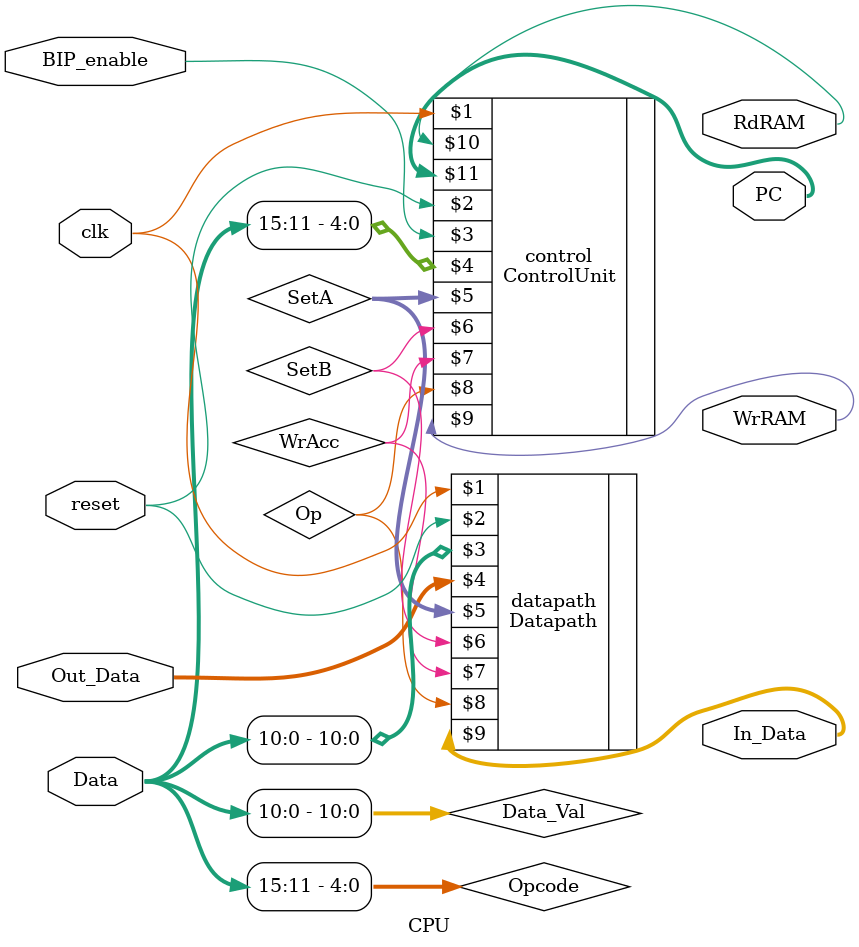
<source format=v>
`timescale 1ns / 1ps


module CPU(
    input BIP_enable, clk, reset,
    input [15:0] Data, Out_Data,
    output [15:0] In_Data,
    output [10:0] PC,
    output WrRAM, RdRAM
    );
    
    wire[4:0] Opcode;
    wire [10:0] Data_Val;
    wire[1:0] SetA;
    wire SetB, WrAcc, Op;
    
    
    ControlUnit control(clk, reset, BIP_enable, Opcode, SetA, SetB,
                        WrAcc,Op, WrRAM, RdRAM, PC);
                        
    Datapath datapath(clk, reset, Data_Val, Out_Data, SetA, SetB, WrAcc,
                      Op, In_Data);
    
    assign Opcode = Data[15:11];
    assign Data_Val = Data[10:0];
 
endmodule

</source>
